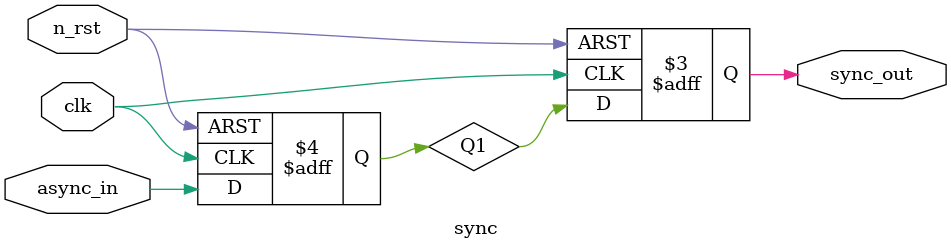
<source format=sv>
module sync
(
  input wire clk,
  input wire n_rst,
  input wire async_in,
  output reg sync_out
);

reg Q1;


always_ff @ (posedge clk, negedge n_rst) begin : Sync
  if(1'b0 == n_rst) begin
    Q1 <= 0; sync_out <= 0;
  end else begin
    Q1 <= async_in;
    sync_out <= Q1;
  end
end


endmodule
</source>
